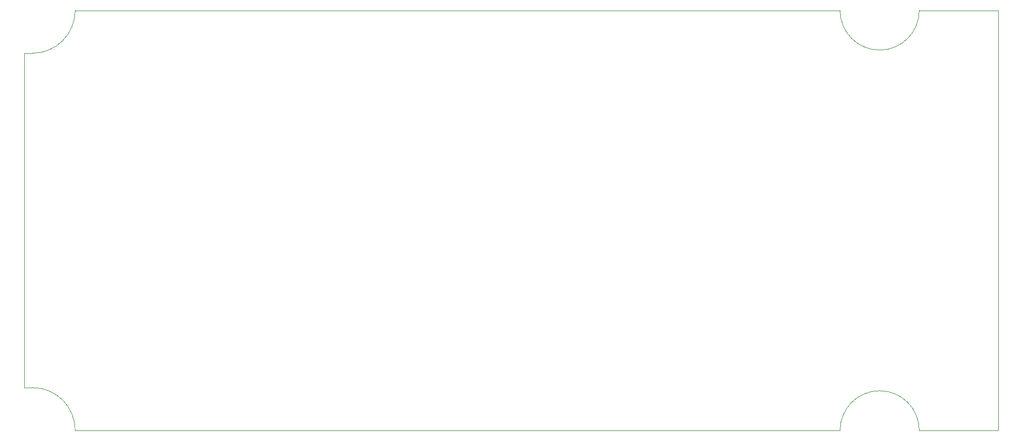
<source format=gm1>
%TF.GenerationSoftware,KiCad,Pcbnew,(5.1.12)-1*%
%TF.CreationDate,2022-06-03T19:18:09+02:00*%
%TF.ProjectId,pypilot_keyboard,70797069-6c6f-4745-9f6b-6579626f6172,rev?*%
%TF.SameCoordinates,Original*%
%TF.FileFunction,Profile,NP*%
%FSLAX46Y46*%
G04 Gerber Fmt 4.6, Leading zero omitted, Abs format (unit mm)*
G04 Created by KiCad (PCBNEW (5.1.12)-1) date 2022-06-03 19:18:09*
%MOMM*%
%LPD*%
G01*
G04 APERTURE LIST*
%TA.AperFunction,Profile*%
%ADD10C,0.050000*%
%TD*%
G04 APERTURE END LIST*
D10*
X194310000Y-105410000D02*
X72390000Y-105410000D01*
X63500000Y-98552000D02*
X63500000Y-96520000D01*
X64770000Y-98552000D02*
X63500000Y-98552000D01*
X72390000Y-105410000D02*
X71628000Y-105410000D01*
X64770000Y-98552000D02*
G75*
G02*
X71628000Y-105410000I0J-6858000D01*
G01*
X71628000Y-38100000D02*
X72390000Y-38100000D01*
X63500000Y-44958000D02*
X64770000Y-44958000D01*
X63500000Y-46990000D02*
X63500000Y-44958000D01*
X71628000Y-38100000D02*
G75*
G02*
X64770000Y-44958000I-6858000J0D01*
G01*
X219710000Y-38100000D02*
X219710000Y-105410000D01*
X72390000Y-38100000D02*
X194310000Y-38100000D01*
X63500000Y-96520000D02*
X63500000Y-46990000D01*
X219710000Y-105410000D02*
X207010000Y-105410000D01*
X207010000Y-38100000D02*
X219710000Y-38100000D01*
X194310000Y-105410000D02*
G75*
G02*
X207010000Y-105410000I6350000J0D01*
G01*
X207010000Y-38100000D02*
G75*
G02*
X194310000Y-38100000I-6350000J0D01*
G01*
M02*

</source>
